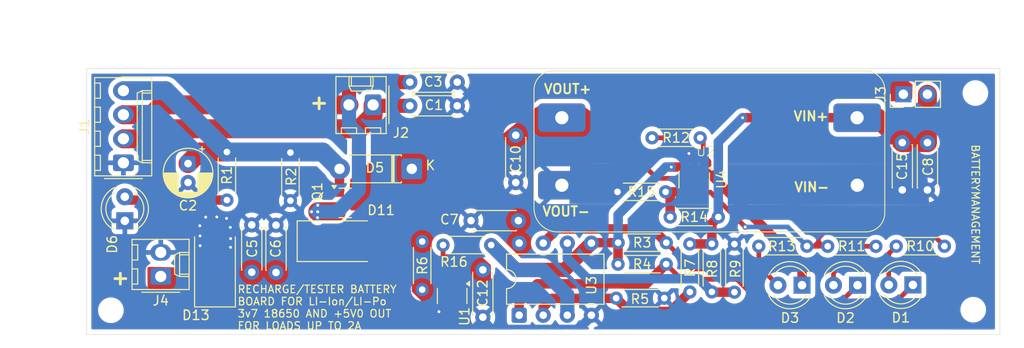
<source format=kicad_pcb>
(kicad_pcb (version 20241229) (generator "pcbnew") (generator_version "9.0")
  (layers (0 "F.Cu" signal) (2 "B.Cu" signal) (13 "F.Paste" user) (15 "B.Paste" user) (5 "F.SilkS" user "F.Silkscreen") (7 "B.SilkS" user "B.Silkscreen") (1 "F.Mask" user) (3 "B.Mask" user) (25 "Edge.Cuts" user))
  (net 0 "")
  (net 1 "GND")
  (net 2 "BAT-")
  (net 3 "/Vbus")
  (net 4 "BAT+")
  (net 5 "Net-(D11-K)")
  (net 6 "V_ON")
  (net 7 "Net-(D5-K)")
  (net 8 "Net-(D6-A)")
  (net 9 "Vref")
  (net 10 "Net-(D1-K)")
  (net 11 "Net-(D2-K)")
  (net 12 "Net-(D1-A)")
  (net 13 "Net-(D2-A)")
  (net 14 "Net-(U3A--)")
  (net 15 "Net-(U3B--)")
  (net 16 "Net-(D3-K)")
  (net 17 "Net-(D3-A)")
  (net 18 "Net-(J3-Pin_2)")
  (net 19 "Net-(U4--)")
  (net 20 "Net-(U1-K)")
  (footprint "Resistor_THT:R_Axial_DIN0204_L3.6mm_D1.6mm_P5.08mm_Horizontal" (layer "F.Cu") (at 169.97 106.48 180)
    (property "Reference" "R5" (at 2.57 -0.1 0) (layer "F.SilkS"))
    (property "Value" "10k")
    (pad "1" thru_hole circle (at 0 0 180) (size 1.4 1.4) (drill 0.7) (layers "*.Cu" "*.Mask") (net 1 "GND"))
    (pad "2" thru_hole circle (at 5.08 0 180) (size 1.4 1.4) (drill 0.7) (layers "*.Cu" "*.Mask") (net 14 "Net-(U3A--)"))
  )
  (footprint "MountingHole:MountingHole_2.2mm_M2" (layer "F.Cu") (at 202.56 107.7)
    (property "Reference" "H4" (hide yes))
    (property "Value" "MountingHole")
    (pad "" np_thru_hole circle (at 0 0) (size 2.2 2.2) (drill 2.2) (layers "*.Cu" "*.Mask"))
  )
  (footprint "Connector_Molex:Molex_KK-254_AE-6410-04A_1x04_P2.54mm_Vertical" (layer "F.Cu") (at 112.91 92.18 90)
    (property "Reference" "J1" (at 3.81 -4.12 90) (layer "F.SilkS"))
    (property "Value" "Conn_01x04_Pin")
    (pad "1" thru_hole roundrect (at 0 0 90) (size 1.74 2.19) (drill 1.19) (layers "*.Cu" "*.Mask") (roundrect_rratio 0.143678) (net 1 "GND"))
    (pad "2" thru_hole oval (at 2.54 0 90) (size 1.74 2.19) (drill 1.19) (layers "*.Cu" "*.Mask") (net 2 "BAT-"))
    (pad "3" thru_hole oval (at 5.08 0 90) (size 1.74 2.19) (drill 1.19) (layers "*.Cu" "*.Mask") (net 4 "BAT+"))
    (pad "4" thru_hole oval (at 7.62 0 90) (size 1.74 2.19) (drill 1.19) (layers "*.Cu" "*.Mask") (net 3 "/Vbus"))
  )
  (footprint "Resistor_THT:R_Axial_DIN0204_L3.6mm_D1.6mm_P5.08mm_Horizontal" (layer "F.Cu") (at 172.67 105.83 90)
    (property "Reference" "R7" (at 2.54 0.03 90) (layer "F.SilkS"))
    (property "Value" "20k")
    (pad "1" thru_hole circle (at 0 0 90) (size 1.4 1.4) (drill 0.7) (layers "*.Cu" "*.Mask") (net 14 "Net-(U3A--)"))
    (pad "2" thru_hole circle (at 5.08 0 90) (size 1.4 1.4) (drill 0.7) (layers "*.Cu" "*.Mask") (net 18 "Net-(J3-Pin_2)"))
  )
  (footprint "Capacitor_THT:C_Disc_D4.3mm_W1.9mm_P5.00mm" (layer "F.Cu") (at 150.83 103.49 -90)
    (property "Reference" "C12" (at 2.4625 0.0175 90) (layer "F.SilkS"))
    (property "Value" "100nF")
    (pad "1" thru_hole circle (at 0 0 270) (size 1.6 1.6) (drill 0.8) (layers "*.Cu" "*.Mask") (net 20 "Net-(U1-K)"))
    (pad "2" thru_hole circle (at 5 0 270) (size 1.6 1.6) (drill 0.8) (layers "*.Cu" "*.Mask") (net 1 "GND"))
  )
  (footprint "Package_TO_SOT_SMD:SOT-23-5_HandSoldering" (layer "F.Cu") (at 173.13 93.94 -90)
    (property "Reference" "U4" (at 0 -2.9 90) (layer "F.SilkS"))
    (property "Value" "LMV7219M5")
    (pad "1" smd roundrect (at -1.35 -0.95 270) (size 1.56 0.65) (layers "F.Cu" "F.Mask" "F.Paste") (net 16 "Net-(D3-K)"))
    (pad "2" smd roundrect (at -1.35 0 270) (size 1.56 0.65) (layers "F.Cu" "F.Mask" "F.Paste") (net 1 "GND"))
    (pad "3" smd roundrect (at -1.35 0.95 270) (size 1.56 0.65) (layers "F.Cu" "F.Mask" "F.Paste") (net 9 "Vref"))
    (pad "4" smd roundrect (at 1.35 0.95 270) (size 1.56 0.65) (layers "F.Cu" "F.Mask" "F.Paste") (net 19 "Net-(U4--)"))
    (pad "5" smd roundrect (at 1.35 -0.95 270) (size 1.56 0.65) (layers "F.Cu" "F.Mask" "F.Paste") (net 6 "V_ON"))
  )
  (footprint "Resistor_THT:R_Axial_DIN0204_L3.6mm_D1.6mm_P5.08mm_Horizontal" (layer "F.Cu") (at 165.1 100.62)
    (property "Reference" "R3" (at 2.54 0 0) (layer "F.SilkS"))
    (property "Value" "330k")
    (pad "1" thru_hole circle (at 0 0) (size 1.4 1.4) (drill 0.7) (layers "*.Cu" "*.Mask") (net 9 "Vref"))
    (pad "2" thru_hole circle (at 5.08 0) (size 1.4 1.4) (drill 0.7) (layers "*.Cu" "*.Mask") (net 11 "Net-(D2-K)"))
  )
  (footprint "Package_TO_SOT_SMD:SOT-23" (layer "F.Cu") (at 136.31 96.42)
    (property "Reference" "Q1" (at -2.93 -1.19 90) (layer "F.SilkS"))
    (property "Value" "AO3401A")
    (pad "1" smd roundrect (at -0.9375 -0.95) (size 1.6 0.6) (layers "F.Cu" "F.Mask" "F.Paste") (net 3 "/Vbus"))
    (pad "2" smd roundrect (at -0.9375 0.95) (size 1.6 0.6) (layers "F.Cu" "F.Mask" "F.Paste") (net 4 "BAT+"))
    (pad "3" smd roundrect (at 0.9375 0) (size 1.6 0.6) (layers "F.Cu" "F.Mask" "F.Paste") (net 7 "Net-(D5-K)"))
  )
  (footprint "Connector_Molex:Molex_KK-254_AE-6410-02A_1x02_P2.54mm_Vertical" (layer "F.Cu") (at 116.85 104.19 90)
    (property "Reference" "J4" (at -2.56 0 180) (layer "F.SilkS"))
    (property "Value" "CONN_PCB")
    (pad "1" thru_hole roundrect (at 0 0 90) (size 1.74 2.19) (drill 1.19) (layers "*.Cu" "*.Mask") (roundrect_rratio 0.143678) (net 5 "Net-(D11-K)"))
    (pad "2" thru_hole oval (at 2.54 0 90) (size 1.74 2.19) (drill 1.19) (layers "*.Cu" "*.Mask") (net 1 "GND"))
  )
  (footprint "Resistor_THT:R_Axial_DIN0204_L3.6mm_D1.6mm_P5.08mm_Horizontal" (layer "F.Cu") (at 144.43 100.5 -90)
    (property "Reference" "R6" (at 2.54 -0.02 90) (layer "F.SilkS"))
    (property "Value" "33k")
    (pad "1" thru_hole circle (at 0 0 270) (size 1.4 1.4) (drill 0.7) (layers "*.Cu" "*.Mask") (net 6 "V_ON"))
    (pad "2" thru_hole circle (at 5.08 0 270) (size 1.4 1.4) (drill 0.7) (layers "*.Cu" "*.Mask") (net 20 "Net-(U1-K)"))
  )
  (footprint "Capacitor_THT:C_Disc_D4.3mm_W1.9mm_P5.00mm" (layer "F.Cu") (at 154.3 89.27 -90)
    (property "Reference" "C10" (at 2.5 0 90) (layer "F.SilkS"))
    (property "Value" "10u")
    (pad "1" thru_hole circle (at 0 0 270) (size 1.6 1.6) (drill 0.8) (layers "*.Cu" "*.Mask") (net 6 "V_ON"))
    (pad "2" thru_hole circle (at 5 0 270) (size 1.6 1.6) (drill 0.8) (layers "*.Cu" "*.Mask") (net 1 "GND"))
  )
  (footprint "Connector_PinHeader_2.54mm:PinHeader_1x02_P2.54mm_Vertical" (layer "F.Cu") (at 195.19 84.94 90)
    (property "Reference" "J3" (at 0 -2.38 90) (layer "F.SilkS"))
    (property "Value" "SWITCHxtelecomando")
    (pad "1" thru_hole rect (at 0 0 90) (size 1.7 1.7) (drill 1) (layers "*.Cu" "*.Mask") (net 7 "Net-(D5-K)"))
    (pad "2" thru_hole circle (at 0 2.54 90) (size 1.7 1.7) (drill 1) (layers "*.Cu" "*.Mask") (net 18 "Net-(J3-Pin_2)"))
  )
  (footprint "LED_THT:LED_D4.0mm" (layer "F.Cu") (at 113.06 98.31 90)
    (property "Reference" "D6" (at -2.48 -1.33 90) (layer "F.SilkS"))
    (property "Value" "LED")
    (pad "1" thru_hole rect (at 0 0 90) (size 1.8 1.8) (drill 0.9) (layers "*.Cu" "*.Mask") (net 1 "GND"))
    (pad "2" thru_hole circle (at 2.54 0 90) (size 1.8 1.8) (drill 0.9) (layers "*.Cu" "*.Mask") (net 8 "Net-(D6-A)"))
  )
  (footprint "Resistor_THT:R_Axial_DIN0204_L3.6mm_D1.6mm_P5.08mm_Horizontal" (layer "F.Cu") (at 130.53 91.1 -90)
    (property "Reference" "R2" (at 2.5525 -0.0875 90) (layer "F.SilkS"))
    (property "Value" "100k")
    (pad "1" thru_hole circle (at 0 0 270) (size 1.4 1.4) (drill 0.7) (layers "*.Cu" "*.Mask") (net 3 "/Vbus"))
    (pad "2" thru_hole circle (at 5.08 0 270) (size 1.4 1.4) (drill 0.7) (layers "*.Cu" "*.Mask") (net 1 "GND"))
  )
  (footprint "Capacitor_THT:C_Disc_D4.3mm_W1.9mm_P5.00mm" (layer "F.Cu") (at 143.13 83.66)
    (property "Reference" "C3" (at 2.47 -0.04 0) (layer "F.SilkS"))
    (property "Value" "100nF")
    (pad "1" thru_hole circle (at 0 0) (size 1.6 1.6) (drill 0.8) (layers "*.Cu" "*.Mask") (net 4 "BAT+"))
    (pad "2" thru_hole circle (at 5 0) (size 1.6 1.6) (drill 0.8) (layers "*.Cu" "*.Mask") (net 1 "GND"))
  )
  (footprint "Package_DIP:DIP-8_W7.62mm" (layer "F.Cu") (at 154.66 108.285 90)
    (property "Reference" "U3" (at 3.155 7.63 90) (layer "F.SilkS"))
    (property "Value" "LM393")
    (pad "1" thru_hole roundrect (at 0 0 90) (size 1.6 1.6) (drill 0.8) (layers "*.Cu" "*.Mask") (roundrect_rratio 0.15625) (net 10 "Net-(D1-K)"))
    (pad "2" thru_hole circle (at 0 2.54 90) (size 1.6 1.6) (drill 0.8) (layers "*.Cu" "*.Mask") (net 14 "Net-(U3A--)"))
    (pad "3" thru_hole circle (at 0 5.08 90) (size 1.6 1.6) (drill 0.8) (layers "*.Cu" "*.Mask") (net 9 "Vref"))
    (pad "4" thru_hole circle (at 0 7.62 90) (size 1.6 1.6) (drill 0.8) (layers "*.Cu" "*.Mask") (net 1 "GND"))
    (pad "5" thru_hole circle (at 7.62 7.62 90) (size 1.6 1.6) (drill 0.8) (layers "*.Cu" "*.Mask") (net 9 "Vref"))
    (pad "6" thru_hole circle (at 7.62 5.08 90) (size 1.6 1.6) (drill 0.8) (layers "*.Cu" "*.Mask") (net 15 "Net-(U3B--)"))
    (pad "7" thru_hole circle (at 7.62 2.54 90) (size 1.6 1.6) (drill 0.8) (layers "*.Cu" "*.Mask") (net 11 "Net-(D2-K)"))
    (pad "8" thru_hole circle (at 7.62 0 90) (size 1.6 1.6) (drill 0.8) (layers "*.Cu" "*.Mask") (net 6 "V_ON"))
  )
  (footprint "Resistor_THT:R_Axial_DIN0204_L3.6mm_D1.6mm_P5.08mm_Horizontal" (layer "F.Cu") (at 177.37 100.77 -90)
    (property "Reference" "R9" (at 2.62 -0.12 90) (layer "F.SilkS"))
    (property "Value" "62k")
    (pad "1" thru_hole circle (at 0 0 270) (size 1.4 1.4) (drill 0.7) (layers "*.Cu" "*.Mask") (net 1 "GND"))
    (pad "2" thru_hole circle (at 5.08 0 270) (size 1.4 1.4) (drill 0.7) (layers "*.Cu" "*.Mask") (net 15 "Net-(U3B--)"))
  )
  (footprint "LED_THT:LED_D4.0mm" (layer "F.Cu") (at 190.36 105.11 180)
    (property "Reference" "D2" (at 1.27 -3.46 0) (layer "F.SilkS"))
    (property "Value" "YELLOW")
    (pad "1" thru_hole rect (at 0 0 180) (size 1.8 1.8) (drill 0.9) (layers "*.Cu" "*.Mask") (net 11 "Net-(D2-K)"))
    (pad "2" thru_hole circle (at 2.54 0 180) (size 1.8 1.8) (drill 0.9) (layers "*.Cu" "*.Mask") (net 13 "Net-(D2-A)"))
  )
  (footprint "Capacitor_THT:C_Disc_D4.3mm_W1.9mm_P5.00mm" (layer "F.Cu") (at 195.08 90.05 -90)
    (property "Reference" "C15" (at 2.51 0.02 90) (layer "F.SilkS"))
    (property "Value" "100nF")
    (pad "1" thru_hole circle (at 0 0 270) (size 1.6 1.6) (drill 0.8) (layers "*.Cu" "*.Mask") (net 18 "Net-(J3-Pin_2)"))
    (pad "2" thru_hole circle (at 5 0 270) (size 1.6 1.6) (drill 0.8) (layers "*.Cu" "*.Mask") (net 1 "GND"))
  )
  (footprint "LED_THT:LED_D4.0mm" (layer "F.Cu") (at 196.2 105.08 180)
    (property "Reference" "D1" (at 1.27 -3.46 0) (layer "F.SilkS"))
    (property "Value" "GREEN")
    (pad "1" thru_hole rect (at 0 0 180) (size 1.8 1.8) (drill 0.9) (layers "*.Cu" "*.Mask") (net 10 "Net-(D1-K)"))
    (pad "2" thru_hole circle (at 2.54 0 180) (size 1.8 1.8) (drill 0.9) (layers "*.Cu" "*.Mask") (net 12 "Net-(D1-A)"))
  )
  (footprint "Resistor_THT:R_Axial_DIN0204_L3.6mm_D1.6mm_P5.08mm_Horizontal" (layer "F.Cu") (at 165.03 95.25)
    (property "Reference" "R15" (at 2.54 0 0) (layer "F.SilkS"))
    (property "Value" "82k")
    (pad "1" thru_hole circle (at 0 0) (size 1.4 1.4) (drill 0.7) (layers "*.Cu" "*.Mask") (net 1 "GND"))
    (pad "2" thru_hole circle (at 5.08 0) (size 1.4 1.4) (drill 0.7) (layers "*.Cu" "*.Mask") (net 19 "Net-(U4--)"))
  )
  (footprint "Capacitor_THT:CP_Radial_D5.0mm_P2.00mm" (layer "F.Cu") (at 119.73 92.264888 -90)
    (property "Reference" "C2" (at 4.445112 0.01 180) (layer "F.SilkS"))
    (property "Value" "220uF")
    (pad "1" thru_hole roundrect (at 0 0 270) (size 1.6 1.6) (drill 0.8) (layers "*.Cu" "*.Mask") (roundrect_rratio 0.15625) (net 3 "/Vbus"))
    (pad "2" thru_hole circle (at 2 0 270) (size 1.6 1.6) (drill 0.8) (layers "*.Cu" "*.Mask") (net 1 "GND"))
  )
  (footprint "Capacitor_THT:C_Disc_D4.3mm_W1.9mm_P5.00mm" (layer "F.Cu") (at 129.01 103.77 90)
    (property "Reference" "C6" (at 2.53 -0.03 90) (layer "F.SilkS"))
    (property "Value" "100nF")
    (pad "1" thru_hole circle (at 0 0 90) (size 1.6 1.6) (drill 0.8) (layers "*.Cu" "*.Mask") (net 5 "Net-(D11-K)"))
    (pad "2" thru_hole circle (at 5 0 90) (size 1.6 1.6) (drill 0.8) (layers "*.Cu" "*.Mask") (net 1 "GND"))
  )
  (footprint "Diode_SMD:D_SMB_Handsoldering" (layer "F.Cu") (at 135.95301 100.465006)
    (property "Reference" "D11" (at 4.14699 -3.271355 0) (layer "F.SilkS"))
    (property "Value" "SS34")
    (pad "1" smd roundrect (at -2.7 0) (size 3.5 2.3) (layers "F.Cu" "F.Mask" "F.Paste") (roundrect_rratio 0.1086956522) (net 5 "Net-(D11-K)"))
    (pad "2" smd roundrect (at 2.7 0) (size 3.5 2.3) (layers "F.Cu" "F.Mask" "F.Paste") (roundrect_rratio 0.1086956522) (net 6 "V_ON"))
  )
  (footprint "Package_TO_SOT_SMD:SOT-23-3" (layer "F.Cu") (at 147.59 106.2525 -90)
    (property "Reference" "U1" (at 2.16 -1.31 90) (layer "F.SilkS"))
    (property "Value" "~")
    (pad "1" smd roundrect (at -1.1375 -0.95 270) (size 1.5 0.6) (layers "F.Cu" "F.Mask" "F.Paste") (net 20 "Net-(U1-K)"))
    (pad "2" smd roundrect (at -1.1375 0.95 270) (size 1.5 0.6) (layers "F.Cu" "F.Mask" "F.Paste") (net 20 "Net-(U1-K)"))
    (pad "3" smd roundrect (at 1.1375 0 270) (size 1.5 0.6) (layers "F.Cu" "F.Mask" "F.Paste") (net 1 "GND"))
  )
  (footprint "Resistor_THT:R_Axial_DIN0204_L3.6mm_D1.6mm_P5.08mm_Horizontal" (layer "F.Cu") (at 168.68 89.54)
    (property "Reference" "R12" (at 2.54 0 0) (layer "F.SilkS"))
    (property "Value" "330k")
    (pad "1" thru_hole circle (at 0 0) (size 1.4 1.4) (drill 0.7) (layers "*.Cu" "*.Mask") (net 9 "Vref"))
    (pad "2" thru_hole circle (at 5.08 0) (size 1.4 1.4) (drill 0.7) (layers "*.Cu" "*.Mask") (net 16 "Net-(D3-K)"))
  )
  (footprint "Resistor_THT:R_Axial_DIN0204_L3.6mm_D1.6mm_P5.08mm_Horizontal" (layer "F.Cu") (at 174.99 105.82 90)
    (property "Reference" "R8" (at 2.43 0.04 90) (layer "F.SilkS"))
    (property "Value" "100k")
    (pad "1" thru_hole circle (at 0 0 90) (size 1.4 1.4) (drill 0.7) (layers "*.Cu" "*.Mask") (net 15 "Net-(U3B--)"))
    (pad "2" thru_hole circle (at 5.08 0 90) (size 1.4 1.4) (drill 0.7) (layers "*.Cu" "*.Mask") (net 18 "Net-(J3-Pin_2)"))
  )
  (footprint "MountingHole:MountingHole_2.2mm_M2" (layer "F.Cu") (at 202.79 84.81)
    (property "Reference" "H3" (hide yes))
    (property "Value" "MountingHole")
    (pad "" np_thru_hole circle (at 0 0) (size 2.2 2.2) (drill 2.2) (layers "*.Cu" "*.Mask"))
  )
  (footprint "Capacitor_THT:C_Disc_D4.3mm_W1.9mm_P5.00mm" (layer "F.Cu") (at 143.13 86.16)
    (property "Reference" "C1" (at 2.54 -0.08 180) (layer "F.SilkS"))
    (property "Value" "100nF")
    (pad "1" thru_hole circle (at 0 0) (size 1.6 1.6) (drill 0.8) (layers "*.Cu" "*.Mask") (net 2 "BAT-"))
    (pad "2" thru_hole circle (at 5 0) (size 1.6 1.6) (drill 0.8) (layers "*.Cu" "*.Mask") (net 1 "GND"))
  )
  (footprint "LED_THT:LED_D4.0mm" (layer "F.Cu") (at 184.5 105.11 180)
    (property "Reference" "D3" (at 1.27 -3.46 0) (layer "F.SilkS"))
    (property "Value" "RED")
    (pad "1" thru_hole rect (at 0 0 180) (size 1.8 1.8) (drill 0.9) (layers "*.Cu" "*.Mask") (net 16 "Net-(D3-K)"))
    (pad "2" thru_hole circle (at 2.54 0 180) (size 1.8 1.8) (drill 0.9) (layers "*.Cu" "*.Mask") (net 17 "Net-(D3-A)"))
  )
  (footprint "Resistor_THT:R_Axial_DIN0204_L3.6mm_D1.6mm_P5.08mm_Horizontal" (layer "F.Cu") (at 170.59 97.91)
    (property "Reference" "R14" (at 2.54 0 0) (layer "F.SilkS"))
    (property "Value" "120k")
    (pad "1" thru_hole circle (at 0 0) (size 1.4 1.4) (drill 0.7) (layers "*.Cu" "*.Mask") (net 19 "Net-(U4--)"))
    (pad "2" thru_hole circle (at 5.08 0) (size 1.4 1.4) (drill 0.7) (layers "*.Cu" "*.Mask") (net 18 "Net-(J3-Pin_2)"))
  )
  (footprint "LIB_Personale:MT3608-Module" (layer "F.Cu") (at 174.21 91.07)
    (property "Reference" "U2" (at 0.12 -0.09 0) (layer "F.SilkS") (effects (font (thickness 0.1))))
    (property "Value" "~" (hide yes))
    (fp_text user "VIN-" (at 9.38 4.27 0) (layer "F.SilkS") (effects (font (thickness 0.2) (bold yes)) (justify left bottom)))
    (fp_text user "VIN+" (at 9.3 -3.22 0) (layer "F.SilkS") (effects (font (thickness 0.2) (bold yes)) (justify left bottom)))
    (fp_text user "VOUT-" (at -17.2 6.84 0) (layer "F.SilkS") (effects (font (thickness 0.2) (bold yes)) (justify left bottom)))
    (fp_text user "VOUT+" (at -17.04 -6.1 0) (layer "F.SilkS") (effects (font (thickness 0.2) (bold yes)) (justify left bottom)))
    (pad "1" thru_hole roundrect (at 16.1 -3.65) (size 5 3) (drill 1.4) (layers "*.Cu" "*.Mask") (roundrect_rratio 0.15) (net 18 "Net-(J3-Pin_2)"))
    (pad "2" thru_hole roundrect (at 16.12 3.48) (size 5 3) (drill 1.4) (layers "*.Cu" "*.Mask") (roundrect_rratio 0.15) (net 1 "GND"))
    (pad "3" thru_hole roundrect (at -15.05 -3.65) (size 5 3) (drill 1.4) (layers "*.Cu" "*.Mask") (roundrect_rratio 0.15) (net 6 "V_ON"))
    (pad "4" thru_hole roundrect (at -15.05 3.48) (size 5 3) (drill 1.4) (layers "*.Cu" "*.Mask") (roundrect_rratio 0.15) (net 1 "GND"))
  )
  (footprint "Capacitor_THT:C_Disc_D4.3mm_W1.9mm_P5.00mm" (layer "F.Cu") (at 154.58 98.29 180)
    (property "Reference" "C7" (at 7.28 0.12 0) (layer "F.SilkS"))
    (property "Value" "100nF")
    (pad "1" thru_hole circle (at 0 0 180) (size 1.6 1.6) (drill 0.8) (layers "*.Cu" "*.Mask") (net 6 "V_ON"))
    (pad "2" thru_hole circle (at 5 0 180) (size 1.6 1.6) (drill 0.8) (layers "*.Cu" "*.Mask") (net 1 "GND"))
  )
  (footprint "Resistor_THT:R_Axial_DIN0204_L3.6mm_D1.6mm_P5.08mm_Horizontal" (layer "F.Cu") (at 123.83 96.12 90)
    (property "Reference" "R1" (at 2.61 0 90) (layer "F.SilkS"))
    (property "Value" "470")
    (pad "1" thru_hole circle (at 0 0 90) (size 1.4 1.4) (drill 0.7) (layers "*.Cu" "*.Mask") (net 8 "Net-(D6-A)"))
    (pad "2" thru_hole circle (at 5.08 0 90) (size 1.4 1.4) (drill 0.7) (layers "*.Cu" "*.Mask") (net 3 "/Vbus"))
  )
  (footprint "Resistor_THT:R_Axial_DIN0204_L3.6mm_D1.6mm_P5.08mm_Horizontal" (layer "F.Cu") (at 187.21 101)
    (property "Reference" "R11" (at 2.54 0 0) (layer "F.SilkS"))
    (property "Value" "470")
    (pad "1" thru_hole circle (at 0 0) (size 1.4 1.4) (drill 0.7) (layers "*.Cu" "*.Mask") (net 6 "V_ON"))
    (pad "2" thru_hole circle (at 5.08 0) (size 1.4 1.4) (drill 0.7) (layers "*.Cu" "*.Mask") (net 13 "Net-(D2-A)"))
  )
  (footprint "Resistor_THT:R_Axial_DIN0204_L3.6mm_D1.6mm_P5.08mm_Horizontal" (layer "F.Cu") (at 165.09 102.89)
    (property "Reference" "R4" (at 2.54 0 0) (layer "F.SilkS"))
    (property "Value" "330k")
    (pad "1" thru_hole circle (at 0 0) (size 1.4 1.4) (drill 0.7) (layers "*.Cu" "*.Mask") (net 9 "Vref"))
    (pad "2" thru_hole circle (at 5.08 0) (size 1.4 1.4) (drill 0.7) (layers "*.Cu" "*.Mask") (net 10 "Net-(D1-K)"))
  )
  (footprint "Diode_SMD:D_SMB_Handsoldering" (layer "F.Cu") (at 122.57 102.6975 90)
    (property "Reference" "D13" (at -5.5825 -2.01 180) (layer "F.SilkS"))
    (property "Value" "SMBJ5.0A")
    (pad "1" smd roundrect (at -2.7 0 90) (size 3.5 2.3) (layers "F.Cu" "F.Mask" "F.Paste") (roundrect_rratio 0.1086956522) (net 5 "Net-(D11-K)"))
    (pad "2" smd roundrect (at 2.7 0 90) (size 3.5 2.3) (layers "F.Cu" "F.Mask" "F.Paste") (roundrect_rratio 0.1086956522) (net 1 "GND"))
  )
  (footprint "MountingHole:MountingHole_2.2mm_M2" (layer "F.Cu") (at 111.59 107.76)
    (property "Reference" "H1" (hide yes))
    (property "Value" "MountingHole")
    (pad "" np_thru_hole circle (at 0 0) (size 2.2 2.2) (drill 2.2) (layers "*.Cu" "*.Mask"))
  )
  (footprint "Connector_Molex:Molex_KK-254_AE-6410-02A_1x02_P2.54mm_Vertical" (layer "F.Cu") (at 139.25 86.06 180)
    (property "Reference" "J2" (at -2.94 -2.96 0) (layer "F.SilkS"))
    (property "Value" "BATTERIA")
    (pad "1" thru_hole roundrect (at 0 0 180) (size 1.74 2.19) (drill 1.19) (layers "*.Cu" "*.Mask") (roundrect_rratio 0.143678) (net 2 "BAT-"))
    (pad "2" thru_hole oval (at 2.54 0 180) (size 1.74 2.19) (drill 1.19) (layers "*.Cu" "*.Mask") (net 4 "BAT+"))
  )
  (footprint "Capacitor_THT:C_Disc_D4.3mm_W1.9mm_P5.00mm" (layer "F.Cu") (at 126.45 103.74 90)
    (property "Reference" "C5" (at 2.5 0.05 90) (layer "F.SilkS"))
    (property "Value" "100nF")
    (pad "1" thru_hole circle (at 0 0 90) (size 1.6 1.6) (drill 0.8) (layers "*.Cu" "*.Mask") (net 5 "Net-(D11-K)"))
    (pad "2" thru_hole circle (at 5 0 90) (size 1.6 1.6) (drill 0.8) (layers "*.Cu" "*.Mask") (net 1 "GND"))
  )
  (footprint "Resistor_THT:R_Axial_DIN0204_L3.6mm_D1.6mm_P5.08mm_Horizontal" (layer "F.Cu") (at 146.63 100.87)
    (property "Reference" "R16" (at 1.15 1.78 0) (layer "F.SilkS"))
    (property "Value" "2.2k")
    (pad "1" thru_hole circle (at 0 0) (size 1.4 1.4) (drill 0.7) (layers "*.Cu" "*.Mask") (net 20 "Net-(U1-K)"))
    (pad "2" thru_hole circle (at 5.08 0) (size 1.4 1.4) (drill 0.7) (layers "*.Cu" "*.Mask") (net 9 "Vref"))
  )
  (footprint "Capacitor_THT:C_Disc_D4.3mm_W1.9mm_P5.00mm" (layer "F.Cu") (at 197.73 90.05 -90)
    (property "Reference" "C8" (at 2.55 -0.07 90) (layer "F.SilkS"))
    (property "Value" "10u")
    (pad "1" thru_hole circle (at 0 0 270) (size 1.6 1.6) (drill 0.8) (layers "*.Cu" "*.Mask") (net 18 "Net-(J3-Pin_2)"))
    (pad "2" thru_hole circle (at 5 0 270) (size 1.6 1.6) (drill 0.8) (layers "*.Cu" "*.Mask") (net 1 "GND"))
  )
  (footprint "Diode_THT:D_DO-41_SOD81_P7.62mm_Horizontal" (layer "F.Cu") (at 143.33 92.82 180)
    (property "Reference" "D5" (at 3.8925 0.1225 0) (layer "F.SilkS"))
    (property "Value" "1N5819")
    (fp_text user "K" (at -1.9675 0.3725 0) (layer "F.SilkS"))
    (pad "1" thru_hole roundrect (at 0 0 180) (size 2.2 2.2) (drill 1.1) (layers "*.Cu" "*.Mask") (roundrect_rratio 0.113636) (net 7 "Net-(D5-K)"))
    (pad "2" thru_hole circle (at 7.62 0 180) (size 2.2 2.2) (drill 1.1) (layers "*.Cu" "*.Mask") (net 3 "/Vbus"))
  )
  (footprint "Resistor_THT:R_Axial_DIN0204_L3.6mm_D1.6mm_P5.08mm_Horizontal" (layer "F.Cu") (at 194.44 100.99)
    (property "Reference" "R10" (at 2.54 0 0) (layer "F.SilkS"))
    (property "Value" "470")
    (pad "1" thru_hole circle (at 0 0) (size 1.4 1.4) (drill 0.7) (layers "*.Cu" "*.Mask") (net 12 "Net-(D1-A)"))
    (pad "2" thru_hole circle (at 5.08 0) (size 1.4 1.4) (drill 0.7) (layers "*.Cu" "*.Mask") (net 6 "V_ON"))
  )
  (footprint "Resistor_THT:R_Axial_DIN0204_L3.6mm_D1.6mm_P5.08mm_Horizontal" (layer "F.Cu") (at 185.02 100.99 180)
    (property "Reference" "R13" (at 2.64 -0.02 0) (layer "F.SilkS"))
    (property "Value" "470")
    (pad "1" thru_hole circle (at 0 0 180) (size 1.4 1.4) (drill 0.7) (layers "*.Cu" "*.Mask") (net 6 "V_ON"))
    (pad "2" thru_hole circle (at 5.08 0 180) (size 1.4 1.4) (drill 0.7) (layers "*.Cu" "*.Mask") (net 17 "Net-(D3-A)"))
  )
  (gr_rect (start 109.03 82.212438) (end 205.38 110.32) (stroke (width 0.05)) (fill no) (layer "Edge.Cuts"))
  (gr_text "BATTERYMANAGEMENT" (at 202.32 90.17 270) (layer "F.SilkS") (effects (font (size 0.8 0.8) (thickness 0.125)) (justify left bottom)))
  (gr_text "+" (at 132.43 86.67 0) (layer "F.SilkS") (effects (font (size 1.5 1.5) (thickness 0.3) (bold yes)) (justify left bottom)))
  (gr_text "RECHARGE/TESTER BATTERY \nBOARD FOR LI-Ion/LI-Po \n3v7 18650 AND +5V0 OUT \nFOR LOADS UP TO 2A" (at 124.89 109.87 0) (layer "F.SilkS") (effects (font (size 0.8 0.8) (thickness 0.125)) (justify left bottom)))
  (gr_text "+" (at 111.46 105.19 0) (layer "F.SilkS") (effects (font (size 1.5 1.5) (thickness 0.3) (bold yes)) (justify left bottom)))
  (segment (start 172.57 91.2) (end 172.668636 91.2) (width 0.5) (layer "F.Cu") (net 1))
  (segment (start 172.668636 91.2) (end 173.13 91.661364) (width 0.5) (layer "F.Cu") (net 1))
  (segment (start 173.13 91.661364) (end 173.13 92.59) (width 0.5) (layer "F.Cu") (net 1))
  (segment (start 147.59 107.39) (end 147.07 107.91) (width 1.5) (layer "F.Cu") (net 1))
  (segment (start 147.07 107.91) (end 146.2 107.91) (width 1.5) (layer "F.Cu") (net 1))
  (via (at 121.59 97.921515) (size 0.6) (drill 0.3) (layers "F.Cu" "B.Cu") (net 1))
  (via (at 120.97 98.831515) (size 0.6) (drill 0.3) (layers "F.Cu" "B.Cu") (net 1))
  (via (at 124.22 100.191515) (size 0.6) (drill 0.3) (layers "F.Cu" "B.Cu") (net 1))
  (via (at 146.2 107.91) (size 0.6) (drill 0.3) (layers "F.Cu" "B.Cu") (net 1))
  (via (at 123.79 98.051515) (size 0.6) (drill 0.3) (layers "F.Cu" "B.Cu") (net 1))
  (via (at 120.99 99.901515) (size 0.6) (drill 0.3) (layers "F.Cu" "B.Cu") (net 1))
  (via (at 124.21 101.111515) (size 0.6) (drill 0.3) (layers "F.Cu" "B.Cu") (net 1))
  (via (at 124.19 99.001515) (size 0.6) (drill 0.3) (layers "F.Cu" "B.Cu") (net 1))
  (via (at 172.57 91.2) (size 0.6) (drill 0.3) (layers "F.Cu" "B.Cu") (net 1))
  (via (at 122.76 97.901515) (size 0.6) (drill 0.3) (layers "F.Cu" "B.Cu") (net 1))
  (via (at 121 100.941515) (size 0.6) (drill 0.3) (layers "F.Cu" "B.Cu") (net 1))
  (segment (start 149.88 109.46) (end 150.225 109.115) (width 0.5) (layer "B.Cu") (net 1))
  (segment (start 161.42 109.26) (end 161.144 109.536) (width 0.5) (layer "B.Cu") (net 1))
  (segment (start 162.28 108.4) (end 161.42 109.26) (width 1) (layer "B.Cu") (net 1))
  (segment (start 151.455 109.115) (end 150.83 108.49) (width 0.5) (layer "B.Cu") (net 1))
  (segment (start 161.144 109.536) (end 149.956 109.536) (width 0.5) (layer "B.Cu") (net 1))
  (segment (start 150.225 109.115) (end 151.455 109.115) (width 0.5) (layer "B.Cu") (net 1))
  (segment (start 149.956 109.536) (end 149.88 109.46) (width 0.5) (layer "B.Cu") (net 1))
  (segment (start 162.28 108.285) (end 162.28 108.4) (width 1) (layer "B.Cu") (net 1))
  (segment (start 139.501 86.06) (end 139.541 86.02) (width 1.5) (layer "F.Cu") (net 2))
  (segment (start 116.475 89.65) (end 117.535 88.59) (width 2) (layer "F.Cu") (net 2))
  (segment (start 112.92 89.65) (end 116.475 89.65) (width 2) (layer "F.Cu") (net 2))
  (segment (start 112.91 89.64) (end 112.92 89.65) (width 2) (layer "F.Cu") (net 2))
  (segment (start 137.815 88.59) (end 139.25 87.155) (width 2) (layer "F.Cu") (net 2))
  (segment (start 139.35 86.16) (end 139.25 86.06) (width 1.5) (layer "F.Cu") (net 2))
  (segment (start 139.501 86.16) (end 139.501 86.06) (width 1.5) (layer "F.Cu") (net 2))
  (segment (start 117.535 88.59) (end 137.815 88.59) (width 2) (layer "F.Cu") (net 2))
  (segment (start 143.13 86.16) (end 139.35 86.16) (width 1.5) (layer "F.Cu") (net 2))
  (segment (start 139.25 87.155) (end 139.25 86.06) (width 2) (layer "F.Cu") (net 2))
  (segment (start 135.71 92.82) (end 135.71 95.13) (width 1) (layer "F.Cu") (net 3))
  (segment (start 120.954888 91.04) (end 119.73 92.264888) (width 2) (layer "F.Cu") (net 3))
  (segment (start 123.83 91.04) (end 120.954888 91.04) (width 2) (layer "F.Cu") (net 3))
  (segment (start 135.51 92.62) (end 135.71 92.82) (width 1) (layer "F.Cu") (net 3))
  (segment (start 135.71 95.13) (end 135.47 95.13) (width 1) (layer "F.Cu") (net 3))
  (segment (start 117.35 84.56) (end 112.91 84.56) (width 2) (layer "B.Cu") (net 3))
  (segment (start 133.93 91.04) (end 135.71 92.82) (width 2) (layer "B.Cu") (net 3))
  (segment (start 123.83 91.04) (end 117.35 84.56) (width 2) (layer "B.Cu") (net 3))
  (segment (start 123.83 91.04) (end 133.93 91.04) (width 2) (layer "B.Cu") (net 3))
  (segment (start 115.902316 87.11) (end 116.952316 86.06) (width 2) (layer "F.Cu") (net 4))
  (segment (start 112.91 87.1) (end 112.92 87.11) (width 2) (layer "F.Cu") (net 4))
  (segment (start 136.965 83.66) (end 136.71 83.915) (width 1.5) (layer "F.Cu") (net 4))
  (segment (start 112.92 87.11) (end 115.902316 87.11) (width 2) (layer "F.Cu") (net 4))
  (segment (start 116.952316 86.06) (end 136.71 86.06) (width 2) (layer "F.Cu") (net 4))
  (segment (start 143.13 83.66) (end 136.965 83.66) (width 1.5) (layer "F.Cu") (net 4))
  (segment (start 135.3525 97.35) (end 135.3725 97.37) (width 2) (layer "F.Cu") (net 4))
  (segment (start 136.71 83.915) (end 136.71 86.06) (width 1.5) (layer "F.Cu") (net 4))
  (segment (start 133.41 97.35) (end 135.3525 97.35) (width 2) (layer "F.Cu") (net 4))
  (via (at 133.41 96.67) (size 0.6) (drill 0.3) (layers "F.Cu" "B.Cu") (net 4))
  (via (at 133.39 97.98) (size 0.6) (drill 0.3) (layers "F.Cu" "B.Cu") (net 4))
  (via (at 133.41 97.35) (size 0.6) (drill 0.3) (layers "F.Cu" "B.Cu") (net 4))
  (via (at 133.41 97.35) (size 0.6) (drill 0.3) (layers "F.Cu" "B.Cu") (net 4))
  (via (at 132.76 97.35) (size 0.6) (drill 0.3) (layers "F.Cu" "B.Cu") (net 4))
  (segment (start 135.46 97.35) (end 133.41 97.35) (width 1.5) (layer "B.Cu") (net 4))
  (segment (start 137.72 94.62) (end 137.72 95.09) (width 1.5) (layer "B.Cu") (net 4))
  (segment (start 137.761 89.256) (end 136.71 88.205) (width 1.5) (layer "B.Cu") (net 4))
  (segment (start 136.71 88.205) (end 136.71 86.06) (width 1.5) (layer "B.Cu") (net 4))
  (segment (start 137.761 94.579) (end 137.72 94.62) (width 1.5) (layer "B.Cu") (net 4))
  (segment (start 137.761 94.579) (end 137.761 89.256) (width 1.5) (layer "B.Cu") (net 4))
  (segment (start 137.72 95.09) (end 135.46 97.35) (width 1.5) (layer "B.Cu") (net 4))
  (segment (start 197.72 99.19) (end 199.52 100.99) (width 0.5) (layer "F.Cu") (net 6))
  (segment (start 187.21 101) (end 186.68 101) (width 0.5) (layer "F.Cu") (net 6))
  (segment (start 185.02 100.99) (end 185.81 100.99) (width 0.5) (layer "F.Cu") (net 6))
  (segment (start 186.24 100.56) (end 186.24 100.82) (width 0.5) (layer "F.Cu") (net 6))
  (segment (start 186.68 101) (end 186.24 100.56) (width 0.5) (layer "F.Cu") (net 6))
  (segment (start 169.18 93.82) (end 162.78 87.42) (width 0.5) (layer "F.Cu") (net 6))
  (segment (start 162.78 87.42) (end 163.44 88.08) (width 0.5) (layer "F.Cu") (net 6))
  (segment (start 186.24 100.56) (end 186.24 100.14) (width 0.5) (layer "F.Cu") (net 6))
  (segment (start 187.19 99.19) (end 197.72 99.19) (width 0.5) (layer "F.Cu") (net 6))
  (segment (start 187.2 100.99) (end 187.21 101) (width 0.5) (layer "F.Cu") (net 6))
  (segment (start 186.24 100.82) (end 186.07 100.99) (width 0.5) (layer "F.Cu") (net 6))
  (segment (start 174.08 95.29) (end 172.61 93.82) (width 0.5) (layer "F.Cu") (net 6))
  (segment (start 185.02 100.99) (end 186.07 100.99) (width 0.5) (layer "F.Cu") (net 6))
  (segment (start 186.07 100.99) (end 187.2 100.99) (width 0.5) (layer "F.Cu") (net 6))
  (segment (start 174.08 95.29) (end 174.84 95.29) (width 0.5) (layer "F.Cu") (net 6))
  (segment (start 185.81 100.99) (end 186.24 100.56) (width 0.5) (layer "F.Cu") (net 6))
  (segment (start 174.84 95.29) (end 178.51 98.96) (width 0.5) (layer "F.Cu") (net 6))
  (segment (start 162.78 87.42) (end 159.16 87.42) (width 0.5) (layer "F.Cu") (net 6))
  (segment (start 186.24 100.14) (end 187.19 99.19) (width 0.5) (layer "F.Cu") (net 6))
  (segment (start 172.61 93.82) (end 169.18 93.82) (width 0.5) (layer "F.Cu") (net 6))
  (via (at 178.51 98.96) (size 0.6) (drill 0.3) (layers "F.Cu" "B.Cu") (net 6))
  (segment (start 178.51 98.96) (end 182.99 98.96) (width 0.5) (layer "B.Cu") (net 6))
  (segment (start 182.99 98.96) (end 185.02 100.99) (width 0.5) (layer "B.Cu") (net 6))
  (segment (start 113.41 96.12) (end 113.06 95.77) (width 1) (layer "F.Cu") (net 8))
  (segment (start 123.83 96.12) (end 113.41 96.12) (width 1) (layer "F.Cu") (net 8))
  (segment (start 172.18 91.89) (end 169.83 89.54) (width 0.5) (layer "F.Cu") (net 9))
  (segment (start 172.18 92.59) (end 172.18 91.89) (width 0.5) (layer "F.Cu") (net 9))
  (segment (start 169.83 89.54) (end 168.68 89.54) (width 0.5) (layer "F.Cu") (net 9))
  (segment (start 165.09 100.63) (end 165.1 100.62) (width 1) (layer "F.Cu") (net 9))
  (segment (start 159.455 103.49) (end 162.28 100.665) (width 1.5) (layer "F.Cu") (net 9))
  (segment (start 154.33 103.49) (end 151.71 100.87) (width 1.5) (layer "F.Cu") (net 9))
  (segment (start 170.71 92.63) (end 171.75 92.63) (width 1) (layer "F.Cu") (net 9))
  (segment (start 162.325 100.62) (end 162.28 100.665) (width 1) (layer "F.Cu") (net 9))
  (segment (start 165.09 102.89) (end 165.09 100.63) (width 1) (layer "F.Cu") (net 9))
  (segment (start 159.455 103.49) (end 154.33 103.49) (width 1.5) (layer "F.Cu") (net 9))
  (segment (start 171.75 92.63) (end 171.77 92.65) (width 1) (layer "F.Cu") (net 9))
  (segment (start 165.1 100.62) (end 162.325 100.62) (width 1) (layer "F.Cu") (net 9))
  (via (at 170.71 92.63) (size 0.6) (drill 0.3) (layers "F.Cu" "B.Cu") (net 9))
  (segment (start 165.1 100.62) (end 165.1 98.24) (width 1) (layer "B.Cu") (net 9))
  (segment (start 159.74 108.285) (end 159.74 106.13) (width 1.5) (layer "B.Cu") (net 9))
  (segment (start 157.13 103.52) (end 154.36 103.52) (width 1.5) (layer "B.Cu") (net 9))
  (segment (start 159.74 106.13) (end 157.13 103.52) (width 1.5) (layer "B.Cu") (net 9))
  (segment (start 165.1 98.24) (end 165.1 97.67) (width 1) (layer "B.Cu") (net 9))
  (segment (start 170.14 92.63) (end 170.71 92.63) (width 1) (layer "B.Cu") (net 9))
  (segment (start 165.1 97.67) (end 170.14 92.63) (width 1) (layer "B.Cu") (net 9))
  (segment (start 154.36 103.52) (end 151.71 100.87) (width 1.5) (layer "B.Cu") (net 9))
  (segment (start 181.52776 108.38) (end 177.63776 104.49) (width 0.5) (layer "F.Cu") (net 10))
  (segment (start 177.63776 104.49) (end 171.77 104.49) (width 0.5) (layer "F.Cu") (net 10))
  (segment (start 156.56 104.97) (end 154.66 106.87) (width 1) (layer "F.Cu") (net 10))
  (segment (start 170.17 102.89) (end 168.09 104.97) (width 1) (layer "F.Cu") (net 10))
  (segment (start 196.2 105.08) (end 192.9 108.38) (width 0.5) (layer "F.Cu") (net 10))
  (segment (start 192.9 108.38) (end 181.52776 108.38) (width 0.5) (layer "F.Cu") (net 10))
  (segment (start 154.66 106.87) (end 154.66 108.285) (width 1) (layer "F.Cu") (net 10))
  (segment (start 168.09 104.97) (end 156.56 104.97) (width 1) (layer "F.Cu") (net 10))
  (segment (start 171.77 104.49) (end 170.17 102.89) (width 0.5) (layer "F.Cu") (net 10))
  (segment (start 157.2 100.665) (end 158.701 99.164) (width 1) (layer "F.Cu") (net 11))
  (segment (start 190.36 105.11) (end 187.829562 107.640438) (width 0.5) (layer "F.Cu") (net 11))
  (segment (start 168.724 99.164) (end 170.18 100.62) (width 1) (layer "F.Cu") (net 11))
  (segment (start 172.95 103.39) (end 170.18 100.62) (width 0.5) (layer "F.Cu") (net 11))
  (segment (start 181.779562 107.640438) (end 177.529124 103.39) (width 0.5) (layer "F.Cu") (net 11))
  (segment (start 177.529124 103.39) (end 172.95 103.39) (width 0.5) (layer "F.Cu") (net 11))
  (segment (start 158.701 99.164) (end 168.724 99.164) (width 1) (layer "F.Cu") (net 11))
  (segment (start 187.829562 107.640438) (end 181.779562 107.640438) (width 0.5) (layer "F.Cu") (net 11))
  (segment (start 193.65 101.78) (end 193.65 105.07) (width 0.5) (layer "F.Cu") (net 12))
  (segment (start 193.65 105.07) (end 193.66 105.08) (width 0.5) (layer "F.Cu") (net 12))
  (segment (start 194.44 100.99) (end 193.65 101.78) (width 0.5) (layer "F.Cu") (net 12))
  (segment (start 193.39 104.85) (end 193.63 105.09) (width 1) (layer "B.Cu") (net 12))
  (segment (start 190.63 101) (end 187.82 103.81) (width 0.5) (layer "F.Cu") (net 13))
  (segment (start 187.82 103.81) (end 187.82 105.11) (width 0.5) (layer "F.Cu") (net 13))
  (segment (start 192.29 101) (end 190.63 101) (width 0.5) (layer "F.Cu") (net 13))
  (segment (start 165.12 106.71) (end 164.91 106.5) (width 1) (layer "F.Cu") (net 14))
  (segment (start 172.67 105.83) (end 170.619 107.881) (width 1) (layer "F.Cu") (net 14))
  (segment (start 170.619 107.881) (end 166.291 107.881) (width 1) (layer "F.Cu") (net 14))
  (segment (start 157.2 107.44) (end 157.2 108.285) (width 1) (layer "F.Cu") (net 14))
  (segment (start 164.91 106.5) (end 158.14 106.5) (width 1) (layer "F.Cu") (net 14))
  (segment (start 166.291 107.881) (end 164.89 106.48) (width 1) (layer "F.Cu") (net 14))
  (segment (start 158.14 106.5) (end 157.2 107.44) (width 1) (layer "F.Cu") (net 14))
  (segment (start 175.02 105.85) (end 174.99 105.82) (width 1) (layer "F.Cu") (net 15))
  (segment (start 177.37 105.85) (end 175.02 105.85) (width 1) (layer "F.Cu") (net 15))
  (segment (start 173.599 104.429) (end 161.879 104.429) (width 1) (layer "B.Cu") (net 15))
  (segment (start 161.879 104.429) (end 159.74 102.29) (width 1) (layer "B.Cu") (net 15))
  (segment (start 174.99 105.82) (end 173.599 104.429) (width 1) (layer "B.Cu") (net 15))
  (segment (start 159.74 100.665) (end 159.74 102.29) (width 1) (layer "B.Cu") (net 15))
  (segment (start 184.5 103.05) (end 184.5 105.11) (width 1) (layer "F.Cu") (net 16))
  (segment (start 174.08 89.86) (end 174.08 92.59) (width 0.5) (layer "F.Cu") (net 16))
  (segment (start 173.76 89.54) (end 174.08 89.86) (width 0.5) (layer "F.Cu") (net 16))
  (segment (start 174.43 92.98) (end 184.5 103.05) (width 1) (layer "F.Cu") (net 16))
  (segment (start 174.43 92.1) (end 174.43 92.98) (width 1) (layer "F.Cu") (net 16))
  (segment (start 179.94 103.09) (end 179.94 100.99) (width 0.5) (layer "F.Cu") (net 17))
  (segment (start 181.96 105.11) (end 179.94 103.09) (width 0.5) (layer "F.Cu") (net 17))
  (segment (start 190.31 87.42) (end 192.45 87.42) (width 2) (layer "F.Cu") (net 18))
  (segment (start 197.73 90.05) (end 195.08 90.05) (width 2) (layer "F.Cu") (net 18))
  (segment (start 197.73 88.22) (end 193.25 88.22) (width 2) (layer "F.Cu") (net 18))
  (segment (start 174.98 100.75) (end 174.99 100.74) (width 1) (layer "F.Cu") (net 18))
  (segment (start 197.73 90.05) (end 197.73 88.22) (width 2) (layer "F.Cu") (net 18))
  (segment (start 178.23 87.42) (end 190.31 87.42) (width 1) (layer "F.Cu") (net 18))
  (segment (start 172.67 100.75) (end 174.98 100.75) (width 1) (layer "F.Cu") (net 18))
  (segment (start 174.99 100.74) (end 174.99 98.59) (width 1) (layer "F.Cu") (net 18))
  (segment (start 172.68 100.74) (end 172.67 100.75) (width 1) (layer "F.Cu") (net 18))
  (segment (start 193.25 88.22) (end 192.45 87.42) (width 2) (layer "F.Cu") (net 18))
  (segment (start 192.45 87.42) (end 195.08 90.05) (width 2) (layer "F.Cu") (net 18))
  (segment (start 174.99 98.59) (end 175.67 97.91) (width 1) (layer "F.Cu") (net 18))
  (segment (start 197.73 88.22) (end 197.73 84.94) (width 2) (layer "F.Cu") (net 18))
  (via (at 178.23 87.42) (size 0.6) (drill 0.3) (layers "F.Cu" "B.Cu") (net 18))
  (segment (start 175.67 89.98) (end 175.67 97.91) (width 1) (layer "B.Cu") (net 18))
  (segment (start 178.23 87.42) (end 175.67 89.98) (width 1) (layer "B.Cu") (net 18))
  (segment (start 170.11 95.25) (end 172.14 95.25) (width 1) (layer "F.Cu") (net 19))
  (segment (start 170.59 97.91) (end 170.59 95.73) (width 1) (layer "F.Cu") (net 19))
  (segment (start 170.59 95.73) (end 170.11 95.25) (width 1) (layer "F.Cu") (net 19))
  (segment (start 172.14 95.25) (end 172.18 95.29) (width 1) (layer "F.Cu") (net 19))
  (segment (start 146.63 105.105) (end 146.64 105.115) (width 0.5) (layer "F.Cu") (net 20))
  (segment (start 146.63 100.87) (end 146.63 105.105) (width 0.5) (layer "F.Cu") (net 20))
  (zone (net 20) (net_name "Net-(U1-K)") (layer "F.Cu") (priority 4) (connect_pads yes (clearance 0.5)) (min_thickness 0.25) (fill yes (thermal_gap 0.5) (thermal_bridge_width 0.5))
    (polygon (pts (xy 143.33 105.78) (xy 143.33 104.7) (xy 146.54 101.85) (xy 150.432783 101.85) (xy 151.674094 102.98596) (xy 151.71 106.02) (xy 150.24 107.04) (xy 144.65 107.1)))
  )
  (zone (net 5) (net_name "Net-(D11-K)") (layer "F.Cu") (priority 5) (connect_pads yes (clearance 0.5)) (min_thickness 0.25) (fill yes (thermal_gap 0.5) (thermal_bridge_width 0.5))
    (polygon (pts (xy 135.642271 99.815909) (xy 134.684625 99.131876) (xy 127.530341 99.205444) (xy 123.387462 103.311004) (xy 115.442934 103.17814) (xy 115.49 107.92) (xy 117.37 109.6) (xy 132.975169 109.450112) (xy 135.661841 107.448632)))
  )
  (zone (net 7) (net_name "Net-(D5-K)") (layer "F.Cu") (priority 3) (connect_pads yes (clearance 0.5)) (min_thickness 0.25) (fill yes (thermal_gap 0.5) (thermal_bridge_width 0.5))
    (polygon (pts (xy 136.32 96.79) (xy 136.288472 95.691353) (xy 136.781761 95.199464) (xy 136.819362 93.798817) (xy 150.420566 82.990963) (xy 156.027739 83.017495) (xy 194.63817 82.8158) (xy 196.156611 83.893405) (xy 196.117687 85.463462) (xy 195.456741 85.665277) (xy 156.128287 85.848053) (xy 141.855372 97.193651) (xy 136.87 97.22)))
  )
  (zone (net 1) (net_name "GND") (layer "F.Cu") (priority 8) (connect_pads yes (clearance 0.5)) (min_thickness 0.25) (fill yes (thermal_gap 0.5) (thermal_bridge_width 0.5))
    (polygon (pts (xy 123.65 101.981515) (xy 124.53 101.146643) (xy 124.53 98.23) (xy 123.77 97.481515) (xy 121.36 97.461515) (xy 120.58 98.091515) (xy 120.58 101.331515) (xy 121.38 101.961515)))
  )
  (zone (net 6) (net_name "V_ON") (layer "F.Cu") (priority 1) (connect_pads yes (clearance 0.5)) (min_thickness 0.25) (fill yes (thermal_gap 0.5) (thermal_bridge_width 0.5))
    (polygon (pts (xy 160.84 85.8) (xy 157.167115 85.725094) (xy 141.971002 97.92) (xy 138.07 97.92) (xy 136.15 99.269189) (xy 136.15 101.445185) (xy 138.297438 102.82) (xy 156.31 102.69) (xy 156.26 96.27) (xy 159.664579 96.221854) (xy 162.843266 91.703677) (xy 162.814296 87.145744)))
  )
  (zone (net 1) (net_name "GND") (layer "B.Cu") (priority 1) (connect_pads (clearance 0.5)) (min_thickness 0.25) (fill yes (thermal_gap 0.5) (thermal_bridge_width 0.5))
    (polygon (pts (xy 109.02 82.35) (xy 205.3 82.26) (xy 205.310365 109.790066) (xy 109.061466 109.780066)))
  )
  (zone (net 1) (net_name "GND") (layer "B.Cu") (priority 2) (connect_pads yes (clearance 0.5)) (min_thickness 0.25) (fill yes (thermal_gap 0.5) (thermal_bridge_width 0.5))
    (polygon (pts (xy 159.96 96.52) (xy 160.04 92.27) (xy 197.65 92.34) (xy 197.92 96.66)))
  )
)
</source>
